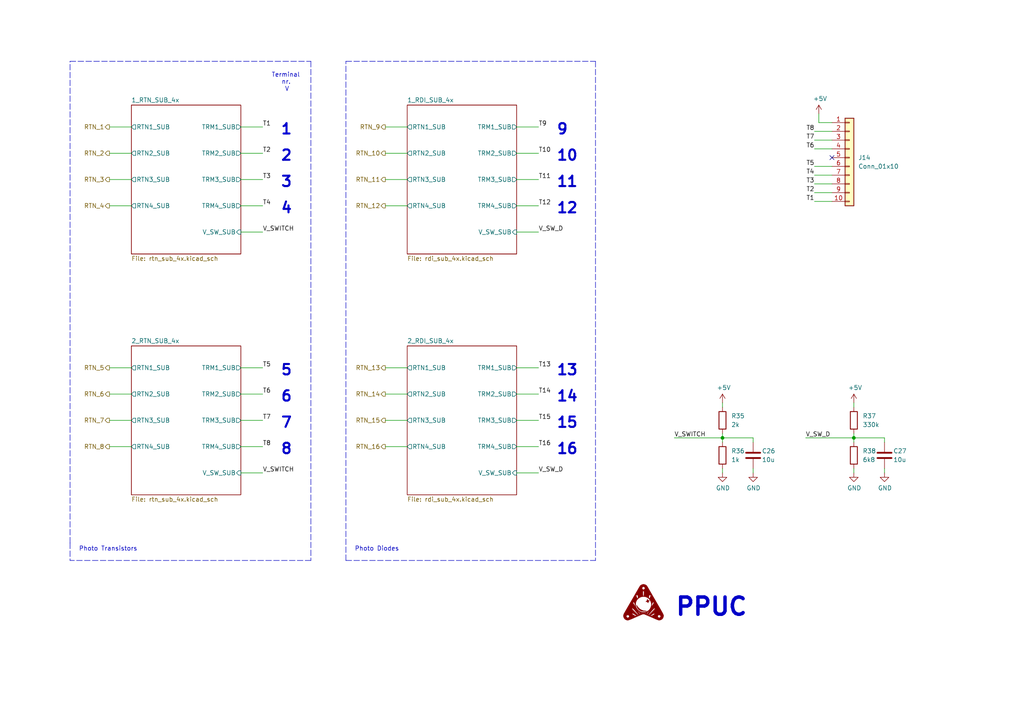
<source format=kicad_sch>
(kicad_sch (version 20211123) (generator eeschema)
  (paper "A4")
  (title_block (title "Opto_8") (date "2025-03-26") (rev "0.1.0"))
  (lib_symbols
    (symbol "Connector_Generic:Conn_01x10" (pin_names (offset 1.016) hide)
      (property "Reference" "J" (at 0 12.7 0))
      (property "Value" "Conn_01x10" (at 0 -15.24 0))
      (symbol "Conn_01x10_1_1"
        (rectangle (start -1.27 -12.573) (end 0 -12.827) (stroke (width 0.1524)))
        (rectangle (start -1.27 -10.033) (end 0 -10.287) (stroke (width 0.1524)))
        (rectangle (start -1.27 -7.493) (end 0 -7.747) (stroke (width 0.1524)))
        (rectangle (start -1.27 -4.953) (end 0 -5.207) (stroke (width 0.1524)))
        (rectangle (start -1.27 -2.413) (end 0 -2.667) (stroke (width 0.1524)))
        (rectangle (start -1.27 0.127) (end 0 -0.127) (stroke (width 0.1524)))
        (rectangle (start -1.27 2.667) (end 0 2.413) (stroke (width 0.1524)))
        (rectangle (start -1.27 5.207) (end 0 4.953) (stroke (width 0.1524)))
        (rectangle (start -1.27 7.747) (end 0 7.493) (stroke (width 0.1524)))
        (rectangle (start -1.27 10.287) (end 0 10.033) (stroke (width 0.1524)))
        (rectangle (start -1.27 11.43) (end 1.27 -13.97) (stroke (width 0.254)) (fill (type background)))
        (pin passive line (at -5.08 10.16 0) (length 3.81) (name "Pin_1") (number "1"))
        (pin passive line (at -5.08 -12.7 0) (length 3.81) (name "Pin_10") (number "10"))
        (pin passive line (at -5.08 7.62 0) (length 3.81) (name "Pin_2") (number "2"))
        (pin passive line (at -5.08 5.08 0) (length 3.81) (name "Pin_3") (number "3"))
        (pin passive line (at -5.08 2.54 0) (length 3.81) (name "Pin_4") (number "4"))
        (pin passive line (at -5.08 0 0) (length 3.81) (name "Pin_5") (number "5"))
        (pin passive line (at -5.08 -2.54 0) (length 3.81) (name "Pin_6") (number "6"))
        (pin passive line (at -5.08 -5.08 0) (length 3.81) (name "Pin_7") (number "7"))
        (pin passive line (at -5.08 -7.62 0) (length 3.81) (name "Pin_8") (number "8"))
        (pin passive line (at -5.08 -10.16 0) (length 3.81) (name "Pin_9") (number "9"))
      )
    )
    (symbol "Device:C" (pin_numbers hide) (pin_names (offset 0.254))
      (property "Reference" "C" (at 0.635 2.54 0))
      (property "Value" "C" (at 0.635 -2.54 0))
      (symbol "C_0_1"
        (polyline (pts (xy -2.032 -0.762) (xy 2.032 -0.762)) (stroke (width 0.508)))
        (polyline (pts (xy -2.032 0.762) (xy 2.032 0.762)) (stroke (width 0.508)))
      )
      (symbol "C_1_1"
        (pin passive line (at 0 3.81 270) (length 2.794) (name "~") (number "1"))
        (pin passive line (at 0 -3.81 90) (length 2.794) (name "~") (number "2"))
      )
    )
    (symbol "Device:R" (pin_numbers hide) (pin_names (offset 0))
      (property "Reference" "R" (at 2.032 0 90))
      (property "Value" "R" (at 0 0 90))
      (symbol "R_0_1"
        (rectangle (start -1.016 -2.54) (end 1.016 2.54) (stroke (width 0.254)))
      )
      (symbol "R_1_1"
        (pin passive line (at 0 3.81 270) (length 1.27) (name "~") (number "1"))
        (pin passive line (at 0 -3.81 90) (length 1.27) (name "~") (number "2"))
      )
    )
    (symbol "PPUC_LOGO_LIB:LOGO" (pin_names (offset 1.016))
      (symbol "LOGO_0_0"
        (polyline (pts (xy 1.3461 0.5723) (xy 1.401 0.7319) (xy 1.5604 0.9187) (xy 1.7415 1.0689) (xy 1.5906 1.0703) (xy 1.4626 1.0839) (xy 1.2757 1.1732) (xy 1.1226 1.3565) (xy 1.0185 1.5273) (xy 1.0183 1.3201) (xy 1.0052 1.1853) (xy 0.9467 1.0647) (xy 0.8201 0.9316) (xy 0.6221 0.7503) (xy 0.8008 0.7503) (xy 0.8737 0.7451) (xy 1.0075 0.6918) (xy 1.1462 0.5632) (xy 1.3128 0.3761) (xy 1.3461 0.5723)) (stroke (width 0.01)) (fill (type outline)))
        (polyline (pts (xy 0.1988 -2.0744) (xy 0.5626 -2.0132) (xy 0.8306 -1.9387) (xy 0.5626 -1.9329) (xy 0.4034 -1.9255) (xy -0.1437 -1.8346) (xy -0.6511 -1.6461) (xy -1.1124 -1.3635) (xy -1.5212 -0.9906) (xy -1.8709 -0.5311) (xy -1.984 -0.3573) (xy -2.0545 -0.2659) (xy -2.0804 -0.2689) (xy -2.0663 -0.3675) (xy -2.0172 -0.5626) (xy -1.9531 -0.7694) (xy -1.7523 -1.1905) (xy -1.478 -1.5343) (xy -1.1315 -1.7993) (xy -0.7139 -1.9844) (xy -0.5869 -2.0195) (xy -0.2016 -2.0761) (xy 0.1988 -2.0744)) (stroke (width 0.01)) (fill (type outline)))
        (polyline (pts (xy -4.5517 -4.6263) (xy -4.4448 -4.6087) (xy -4.3144 -4.5748) (xy -4.1524 -4.5216) (xy -3.9504 -4.4461) (xy -3.7002 -4.3452) (xy -3.3934 -4.216) (xy -3.0218 -4.0554) (xy -2.5771 -3.8605) (xy -2.0509 -3.6282) (xy -1.435 -3.3556) (xy -1.2826 -3.2884) (xy -0.8872 -3.1181) (xy -0.5757 -2.9915) (xy -0.3394 -2.9052) (xy -0.1694 -2.8558) (xy -0.0568 -2.84) (xy -0.0245 -2.8416) (xy 0.131 -2.8733) (xy 0.3579 -2.9476) (xy 0.3988 -2.9636) (xy 0.839 -2.9636) (xy 0.8472 -2.8886) (xy 0.9027 -2.7535) (xy 0.9916 -2.5822) (xy 1.0998 -2.3987) (xy 1.2134 -2.2268) (xy 1.3183 -2.0905) (xy 1.4005 -2.0137) (xy 1.4168 -2.0042) (xy 1.5142 -1.9565) (xy 1.554 -1.9532) (xy 1.5352 -1.9949) (xy 1.471 -2.1124) (xy 1.372 -2.2847) (xy 1.2494 -2.4921) (xy 1.1911 -2.5891) (xy 1.067 -2.7902) (xy 0.9809 -2.9159) (xy 0.922 -2.9787) (xy 0.8793 -2.9916) (xy 0.8417 -2.9673) (xy 0.839 -2.9636) (xy 0.3988 -2.9636) (xy 0.6639 -3.0673) (xy 0.7882 -3.1204) (xy 1.3552 -3.1204) (xy 1.3684 -3.0819) (xy 1.4092 -3.0182) (xy 1.4848 -2.9199) (xy 1.6022 -2.7776) (xy 1.7681 -2.5821) (xy 1.9898 -2.3238) (xy 2.2741 -1.9934) (xy 2.3543 -1.9006) (xy 2.5716 -1.6532) (xy 2.7639 -1.4401) (xy 2.9202 -1.2731) (xy 3.0295 -1.1642) (xy 3.0806 -1.1253) (xy 3.1358 -1.1406) (xy 3.2268 -1.2163) (xy 3.2683 -1.3101) (xy 3.2514 -1.3383) (xy 3.1703 -1.4365) (xy 3.0314 -1.5923) (xy 2.845 -1.7944) (xy 2.6213 -2.0315) (xy 2.3707 -2.2924) (xy 2.351 -2.3128) (xy 2.0542 -2.6162) (xy 1.8219 -2.8468) (xy 1.6473 -3.011) (xy 1.5231 -3.1152) (xy 1.4426 -3.1656) (xy 1.3986 -3.1685) (xy 1.3841 -3.1593) (xy 1.3628 -3.1431) (xy 1.3552 -3.1204) (xy 0.7882 -3.1204) (xy 1.0567 -3.2351) (xy 1.0705 -3.2411) (xy 1.3795 -3.3769) (xy 1.9566 -3.3769) (xy 1.9884 -3.3276) (xy 2.094 -3.2343) (xy 2.2572 -3.1101) (xy 2.4618 -2.9683) (xy 2.6777 -2.8269) (xy 2.8466 -2.7247) (xy 2.9592 -2.6709) (xy 3.0317 -2.658) (xy 3.0801 -2.6784) (xy 3.1461 -2.75) (xy 3.1608 -2.8368) (xy 3.096 -2.9317) (xy 2.9448 -3.0443) (xy 2.7 -3.184) (xy 2.4032 -3.33) (xy 2.1841 -3.41) (xy 2.1049 -3.4183) (xy 4.0884 -3.4183) (xy 4.1623 -3.2625) (xy 4.3036 -3.1508) (xy 4.5012 -3.108) (xy 4.5793 -3.1144) (xy 4.7536 -3.1871) (xy 4.8688 -3.3198) (xy 4.9151 -3.4866) (xy 4.8831 -3.6614) (xy 4.7631 -3.818) (xy 4.7494 -3.8288) (xy 4.5699 -3.9046) (xy 4.377 -3.8877) (xy 4.2041 -3.7802) (xy 4.187 -3.7622) (xy 4.093 -3.5932) (xy 4.0884 -3.4183) (xy 2.1049 -3.4183) (xy 2.0372 -3.4254) (xy 1.9569 -3.3776) (xy 1.9566 -3.3769) (xy 1.3795 -3.3769) (xy 1.4118 -3.3911) (xy 1.8166 -3.5689) (xy 2.2518 -3.7602) (xy 2.6843 -3.9502) (xy 3.0812 -4.1246) (xy 3.4438 -4.2828) (xy 3.7384 -4.4075) (xy 3.9656 -4.4978) (xy 4.1405 -4.5588) (xy 4.2783 -4.5958) (xy 4.3943 -4.6142) (xy 4.5035 -4.6191) (xy 4.5541 -4.6183) (xy 4.9176 -4.5572) (xy 5.2324 -4.407) (xy 5.4866 -4.1778) (xy 5.6688 -3.8797) (xy 5.767 -3.5229) (xy 5.7717 -3.4883) (xy 5.7812 -3.4013) (xy 5.7831 -3.317) (xy 5.7737 -3.2275) (xy 5.7489 -3.1248) (xy 5.7051 -3.001) (xy 5.6384 -2.848) (xy 5.5448 -2.658) (xy 5.4206 -2.4231) (xy 5.2619 -2.1351) (xy 5.0648 -1.7863) (xy 4.8256 -1.3685) (xy 4.5403 -0.874) (xy 4.2052 -0.2947) (xy 3.8596 0.3026) (xy 3.2999 1.2707) (xy 2.6957 2.3167) (xy 2.0442 3.4454) (xy 1.3424 4.6621) (xy 1.3358 4.6735) (xy 1.1639 4.9694) (xy 1.0314 5.1879) (xy 0.9254 5.3445) (xy 0.8331 5.4546) (xy 0.7415 5.5337) (xy 0.6378 5.5972) (xy 0.509 5.6605) (xy 0.4416 5.69) (xy 0.084 5.7811) (xy -0.2769 5.7684) (xy -0.6253 5.6522) (xy -0.7345 5.5939) (xy -0.885 5.5) (xy -0.9779 5.4245) (xy -0.9942 5.4027) (xy -1.0647 5.2936) (xy -1.1755 5.1127) (xy -1.3175 4.8747) (xy -1.4638 4.6255) (xy -0.4632 4.6255) (xy -0.4306 4.8182) (xy -0.3984 4.8816) (xy -0.2632 5.0164) (xy -0.0889 5.0695) (xy 0.0977 5.0371) (xy 0.2697 4.9157) (xy 0.3554 4.7754) (xy 0.3676 4.5978) (xy 0.2886 4.4299) (xy 0.1241 4.2957) (xy 0.0455 4.2633) (xy -0.1365 4.2539) (xy -0.2956 4.324) (xy -0.4114 4.4543) (xy -0.4632 4.6255) (xy -1.4638 4.6255) (xy -1.4819 4.5946) (xy -1.66 4.287) (xy -1.7166 4.1885) (xy -1.9049 3.8615) (xy -2.0851 3.5488) (xy -2.1688 3.404) (xy -0.2283 3.404) (xy -0.2262 3.5927) (xy -0.2144 3.7126) (xy -0.1911 3.7823) (xy -0.1547 3.82) (xy -0.0974 3.8437) (xy 0.0195 3.8417) (xy 0.061 3.8097) (xy 0.0892 3.7328) (xy 0.1031 3.5914) (xy 0.1067 3.3643) (xy 0.1066 3.3405) (xy 0.1012 3.0848) (xy 0.089 2.834) (xy 0.0724 2.6392) (xy 0.0716 2.6321) (xy 0.043 2.4646) (xy 0.0034 2.3807) (xy -0.0579 2.3578) (xy -0.1111 2.3636) (xy -0.1783 2.398) (xy -0.1789 2.3992) (xy -0.1896 2.4712) (xy -0.2012 2.627) (xy -0.2123 2.8444) (xy -0.2216 3.1014) (xy -0.2224 3.1282) (xy -0.2283 3.404) (xy -2.1688 3.404) (xy -2.2461 3.2702) (xy -2.3763 3.0453) (xy -2.4646 2.8937) (xy -2.5328 2.7766) (xy -2.6595 2.5584) (xy -2.6793 2.5242) (xy -2.1341 2.5242) (xy -2.1155 2.5845) (xy -2.0247 2.675) (xy -1.8982 2.6952) (xy -1.7757 2.633) (xy -1.7537 2.6068) (xy -1.6879 2.4618) (xy -1.6458 2.267) (xy -1.6309 2.0599) (xy -1.6466 1.8782) (xy -1.6962 1.7594) (xy -1.7615 1.6966) (xy -1.8218 1.6612) (xy -1.8419 1.6763) (xy -1.8946 1.7681) (xy -1.9597 1.9182) (xy -2.0266 2.0977) (xy -2.0849 2.2778) (xy -2.1243 2.4296) (xy -2.1341 2.5242) (xy -2.6793 2.5242) (xy -2.8158 2.2886) (xy -2.9879 1.9906) (xy -3.1625 1.688) (xy -3.2951 1.458) (xy -3.469 1.1568) (xy -3.63 0.8782) (xy -3.7647 0.6455) (xy -3.8595 0.4823) (xy -3.8914 0.4274) (xy -3.0678 0.4274) (xy -3.0484 0.5433) (xy -2.9776 0.6215) (xy -2.8768 0.6275) (xy -2.7998 0.5648) (xy -2.7033 0.4155) (xy -2.6127 0.2108) (xy -2.5894 0.1365) (xy -2.3239 0.1365) (xy -2.2472 0.5701) (xy -2.0885 0.9814) (xy -1.8498 1.3566) (xy -1.5332 1.6819) (xy -1.1407 1.9435) (xy -0.9119 2.0507) (xy -0.4377 2.1933) (xy 0.0354 2.2296) (xy 0.504 2.1594) (xy 0.8654 2.0208) (xy 1.5087 2.0208) (xy 1.525 2.2218) (xy 1.567 2.4548) (xy 1.6445 2.6272) (xy 1.7518 2.7009) (xy 1.8868 2.6733) (xy 1.9403 2.6399) (xy 1.9991 2.568) (xy 2.0109 2.4625) (xy 1.976 2.3022) (xy 1.8947 2.0662) (xy 1.8728 2.0084) (xy 1.8012 1.8315) (xy 1.7436 1.7078) (xy 1.7109 1.6612) (xy 1.6648 1.6879) (xy 1.5826 1.7664) (xy 1.55 1.8078) (xy 1.5157 1.8934) (xy 1.5087 2.0208) (xy 0.8654 2.0208) (xy 0.9647 1.9827) (xy 1.1079 1.903) (xy 1.4698 1.6273) (xy 1.772 1.2848) (xy 2.0056 0.8931) (xy 2.1613 0.4697) (xy 2.2302 0.0322) (xy 2.203 -0.4019) (xy 2.1714 -0.5408) (xy 2.1461 -0.6155) (xy 2.3578 -0.6155) (xy 2.3583 -0.2943) (xy 2.3682 -0.0984) (xy 2.4156 0.0962) (xy 2.5179 0.3043) (xy 2.5922 0.4276) (xy 2.6782 0.5541) (xy 2.7341 0.617) (xy 2.7414 0.6209) (xy 2.8273 0.6122) (xy 2.9101 0.5431) (xy 2.9472 0.4477) (xy 2.9318 0.398) (xy 2.8706 0.2689) (xy 2.7736 0.0883) (xy 2.6525 -0.1215) (xy 2.3578 -0.6155) (xy 2.1461 -0.6155) (xy 2.064 -0.8575) (xy 1.9161 -1.1751) (xy 1.7457 -1.4578) (xy 1.5706 -1.6698) (xy 1.3652 -1.8396) (xy 1.0298 -2.0466) (xy 0.6676 -2.2076) (xy 0.3215 -2.3008) (xy 0.1712 -2.3246) (xy 0.0123 -2.3442) (xy -0.1182 -2.3464) (xy -0.2648 -2.331) (xy -0.4724 -2.2979) (xy -0.4834 -2.296) (xy -0.9009 -2.1729) (xy -1.3021 -1.9569) (xy -1.6617 -1.6616) (xy -1.7713 -1.5443) (xy -2.0424 -1.1598) (xy -2.2235 -0.7423) (xy -2.3167 -0.3056) (xy -2.3239 0.1365) (xy -2.5894 0.1365) (xy -2.5398 -0.0217) (xy -2.4965 -0.2545) (xy -2.4816 -0.4145) (xy -2.4756 -0.541) (xy -2.4815 -0.5894) (xy -2.5017 -0.5657) (xy -2.5654 -0.4691) (xy -2.6582 -0.3191) (xy -2.7664 -0.1389) (xy -2.8762 0.0488) (xy -2.974 0.2208) (xy -3.046 0.3543) (xy -3.0678 0.4274) (xy -3.8914 0.4274) (xy -4.074 0.1136) (xy -4.3251 -0.3193) (xy -4.5746 -0.7508) (xy -4.8159 -1.1694) (xy -4.8786 -1.2784) (xy -3.3671 -1.2784) (xy -3.3327 -1.1892) (xy -3.2323 -1.1521) (xy -3.1966 -1.1624) (xy -3.1101 -1.2232) (xy -2.9813 -1.3438) (xy -2.8042 -1.5303) (xy -2.5728 -1.7888) (xy -2.4208 -1.9643) (xy -1.6612 -1.9643) (xy -1.6594 -1.9591) (xy -1.608 -1.97) (xy -1.508 -2.0309) (xy -1.4986 -2.0381) (xy -1.4073 -2.1382) (xy -1.294 -2.297) (xy -1.1757 -2.4857) (xy -1.1695 -2.4968) (xy -0.7356 -2.4968) (xy -0.7314 -2.4282) (xy -0.7254 -2.4236) (xy -0.6547 -2.4286) (xy -0.5743 -2.4801) (xy -0.5359 -2.5467) (xy -0.5327 -2.5851) (xy -0.5292 -2.5989) (xy -0.1072 -2.5989) (xy -0.1012 -2.5619) (xy -0.0536 -2.5185) (xy -0.029 -2.5276) (xy 0 -2.5989) (xy -0.0061 -2.6359) (xy -0.0536 -2.6793) (xy -0.0783 -2.6702) (xy -0.1072 -2.5989) (xy -0.5292 -2.5989) (xy -0.5081 -2.6831) (xy 0.3751 -2.6831) (xy 0.3938 -2.606) (xy 0.4512 -2.5082) (xy 0.5205 -2.4385) (xy 0.5741 -2.4318) (xy 0.5748 -2.4325) (xy 0.5814 -2.4999) (xy 0.5635 -2.6219) (xy 0.5251 -2.7192) (xy 0.4602 -2.7803) (xy 0.4009 -2.7713) (xy 0.3751 -2.6831) (xy -0.5081 -2.6831) (xy -0.5034 -2.7017) (xy -0.4959 -2.7525) (xy -0.5517 -2.7865) (xy -0.5685 -2.7818) (xy -0.6326 -2.7165) (xy -0.6955 -2.6073) (xy -0.7356 -2.4968) (xy -1.1695 -2.4968) (xy -1.0699 -2.6753) (xy -0.9938 -2.8369) (xy -0.9646 -2.9417) (xy -0.969 -2.9815) (xy -1.0057 -2.9971) (xy -1.0815 -2.9245) (xy -1.199 -2.761) (xy -1.3606 -2.5038) (xy -1.4599 -2.3373) (xy -1.5641 -2.1562) (xy -1.635 -2.025) (xy -1.6612 -1.9643) (xy -2.4208 -1.9643) (xy -2.2811 -2.1255) (xy -2.1217 -2.3119) (xy -1.9044 -2.5679) (xy -1.7186 -2.7886) (xy -1.574 -2.9626) (xy -1.4803 -3.0784) (xy -1.4469 -3.1245) (xy -1.454 -3.1382) (xy -1.52 -3.1781) (xy -1.5278 -3.1783) (xy -1.6047 -3.1327) (xy -1.7462 -3.0164) (xy -1.9453 -2.8356) (xy -2.1952 -2.5966) (xy -2.489 -2.3054) (xy -2.6581 -2.1348) (xy -2.9131 -1.8736) (xy -3.1029 -1.672) (xy -3.2353 -1.521) (xy -3.3182 -1.4112) (xy -3.3595 -1.3334) (xy -3.3671 -1.2784) (xy -4.8786 -1.2784) (xy -5.0426 -1.5637) (xy -5.2481 -1.9224) (xy -5.4258 -2.2341) (xy -5.5692 -2.4873) (xy -5.6719 -2.6707) (xy -5.7271 -2.7729) (xy -5.7627 -2.8709) (xy -3.2801 -2.8709) (xy -3.2782 -2.7698) (xy -3.2311 -2.6705) (xy -3.1611 -2.6257) (xy -3.1607 -2.6257) (xy -3.0971 -2.6543) (xy -2.9637 -2.7303) (xy -2.7798 -2.8423) (xy -2.5647 -2.9788) (xy -2.4856 -3.0303) (xy -2.2723 -3.1753) (xy -2.1417 -3.2771) (xy -2.0852 -3.3429) (xy -2.0946 -3.3799) (xy -2.1486 -3.4044) (xy -2.2775 -3.4271) (xy -2.3431 -3.4116) (xy -2.4883 -3.3518) (xy -2.6743 -3.2611) (xy -2.8733 -3.1545) (xy -3.0577 -3.0469) (xy -3.1998 -2.9533) (xy -3.2718 -2.8888) (xy -3.2801 -2.8709) (xy -5.7627 -2.8709) (xy -5.8531 -3.1193) (xy -5.8778 -3.4709) (xy -5.8635 -3.5309) (xy -5.022 -3.5309) (xy -5.0037 -3.3668) (xy -4.9098 -3.2345) (xy -4.7661 -3.1451) (xy -4.5983 -3.1099) (xy -4.432 -3.1399) (xy -4.293 -3.2464) (xy -4.1967 -3.4285) (xy -4.2009 -3.61) (xy -4.3113 -3.7802) (xy -4.4173 -3.8602) (xy -4.5991 -3.9092) (xy -4.7763 -3.8703) (xy -4.9237 -3.7513) (xy -5.016 -3.5602) (xy -5.022 -3.5309) (xy -5.8635 -3.5309) (xy -5.7969 -3.8115) (xy -5.611 -4.1347) (xy -5.4411 -4.3242) (xy -5.1815 -4.5027) (xy -4.8682 -4.6016) (xy -4.8152 -4.6112) (xy -4.7286 -4.6245) (xy -4.6436 -4.6306) (xy -4.5517 -4.6263)) (stroke (width 0.01)) (fill (type outline)))
      )
    )
    (symbol "power:+5V" (power) (pin_names (offset 0))
      (property "Value" "+5V" (at 0 3.556 0))
      (symbol "+5V_0_1"
        (polyline (pts (xy -0.762 1.27) (xy 0 2.54)))
        (polyline (pts (xy 0 0) (xy 0 2.54)))
        (polyline (pts (xy 0 2.54) (xy 0.762 1.27)))
      )
      (symbol "+5V_1_1"
        (pin power_in line (at 0 0 90) (length 0) hide (name "+5V") (number "1"))
      )
    )
    (symbol "power:GND" (power) (pin_names (offset 0))
      (property "Value" "GND" (at 0 -3.81 0))
      (symbol "GND_0_1"
        (polyline (pts (xy 0 0) (xy 0 -1.27) (xy 1.27 -1.27) (xy 0 -2.54) (xy -1.27 -1.27) (xy 0 -1.27)))
      )
      (symbol "GND_1_1"
        (pin power_in line (at 0 0 270) (length 0) hide (name "GND") (number "1"))
      )
    )
  )
  (junction (at 209.55 127))
  (junction (at 247.65 127))
  (no_connect (at 241.3 45.72))
  (wire (pts (xy 111.76 106.68) (xy 118.11 106.68)))
  (wire (pts (xy 247.65 127) (xy 256.54 127)))
  (wire (pts (xy 209.55 127) (xy 218.44 127)))
  (wire (pts (xy 69.85 67.31) (xy 76.2 67.31)))
  (wire (pts (xy 149.86 106.68) (xy 156.21 106.68)))
  (wire (pts (xy 31.75 121.92) (xy 38.1 121.92)))
  (wire (pts (xy 149.86 52.07) (xy 156.21 52.07)))
  (wire (pts (xy 237.49 35.56) (xy 241.3 35.56)))
  (wire (pts (xy 236.22 55.88) (xy 241.3 55.88)))
  (wire (pts (xy 256.54 127) (xy 256.54 128.27)))
  (wire (pts (xy 209.55 127) (xy 209.55 128.27)))
  (wire (pts (xy 31.75 106.68) (xy 38.1 106.68)))
  (polyline (pts (xy 90.17 17.78) (xy 90.17 162.56)))
  (wire (pts (xy 209.55 125.73) (xy 209.55 127)))
  (wire (pts (xy 69.85 36.83) (xy 76.2 36.83)))
  (polyline (pts (xy 100.33 162.56) (xy 100.33 17.78)))
  (wire (pts (xy 256.54 135.89) (xy 256.54 137.16)))
  (wire (pts (xy 31.75 114.3) (xy 38.1 114.3)))
  (wire (pts (xy 111.76 129.54) (xy 118.11 129.54)))
  (wire (pts (xy 111.76 59.69) (xy 118.11 59.69)))
  (wire (pts (xy 111.76 36.83) (xy 118.11 36.83)))
  (wire (pts (xy 195.58 127) (xy 209.55 127)))
  (wire (pts (xy 69.85 129.54) (xy 76.2 129.54)))
  (wire (pts (xy 233.68 127) (xy 247.65 127)))
  (wire (pts (xy 149.86 129.54) (xy 156.21 129.54)))
  (polyline (pts (xy 20.32 157.48) (xy 20.32 162.56)))
  (wire (pts (xy 247.65 116.84) (xy 247.65 118.11)))
  (wire (pts (xy 236.22 38.1) (xy 241.3 38.1)))
  (wire (pts (xy 236.22 58.42) (xy 241.3 58.42)))
  (wire (pts (xy 247.65 127) (xy 247.65 128.27)))
  (wire (pts (xy 31.75 44.45) (xy 38.1 44.45)))
  (wire (pts (xy 236.22 48.26) (xy 241.3 48.26)))
  (polyline (pts (xy 20.32 157.48) (xy 20.32 17.78)))
  (polyline (pts (xy 20.32 17.78) (xy 90.17 17.78)))
  (wire (pts (xy 237.49 33.02) (xy 237.49 35.56)))
  (wire (pts (xy 69.85 121.92) (xy 76.2 121.92)))
  (wire (pts (xy 236.22 53.34) (xy 241.3 53.34)))
  (wire (pts (xy 247.65 135.89) (xy 247.65 137.16)))
  (wire (pts (xy 31.75 129.54) (xy 38.1 129.54)))
  (wire (pts (xy 69.85 52.07) (xy 76.2 52.07)))
  (polyline (pts (xy 100.33 17.78) (xy 172.72 17.78)))
  (polyline (pts (xy 172.72 17.78) (xy 172.72 162.56)))
  (wire (pts (xy 31.75 36.83) (xy 38.1 36.83)))
  (wire (pts (xy 31.75 59.69) (xy 38.1 59.69)))
  (wire (pts (xy 149.86 67.31) (xy 156.21 67.31)))
  (wire (pts (xy 31.75 52.07) (xy 38.1 52.07)))
  (wire (pts (xy 218.44 135.89) (xy 218.44 137.16)))
  (wire (pts (xy 69.85 106.68) (xy 76.2 106.68)))
  (wire (pts (xy 149.86 137.16) (xy 156.21 137.16)))
  (wire (pts (xy 247.65 125.73) (xy 247.65 127)))
  (polyline (pts (xy 90.17 162.56) (xy 20.32 162.56)))
  (wire (pts (xy 111.76 121.92) (xy 118.11 121.92)))
  (wire (pts (xy 236.22 43.18) (xy 241.3 43.18)))
  (wire (pts (xy 69.85 59.69) (xy 76.2 59.69)))
  (wire (pts (xy 149.86 44.45) (xy 156.21 44.45)))
  (wire (pts (xy 236.22 50.8) (xy 241.3 50.8)))
  (polyline (pts (xy 100.33 162.56) (xy 172.72 162.56)))
  (wire (pts (xy 149.86 114.3) (xy 156.21 114.3)))
  (wire (pts (xy 111.76 44.45) (xy 118.11 44.45)))
  (wire (pts (xy 149.86 59.69) (xy 156.21 59.69)))
  (wire (pts (xy 111.76 52.07) (xy 118.11 52.07)))
  (wire (pts (xy 69.85 44.45) (xy 76.2 44.45)))
  (wire (pts (xy 209.55 116.84) (xy 209.55 118.11)))
  (wire (pts (xy 149.86 36.83) (xy 156.21 36.83)))
  (wire (pts (xy 69.85 137.16) (xy 76.2 137.16)))
  (wire (pts (xy 209.55 135.89) (xy 209.55 137.16)))
  (wire (pts (xy 149.86 121.92) (xy 156.21 121.92)))
  (wire (pts (xy 111.76 114.3) (xy 118.11 114.3)))
  (wire (pts (xy 69.85 114.3) (xy 76.2 114.3)))
  (wire (pts (xy 218.44 127) (xy 218.44 128.27)))
  (wire (pts (xy 236.22 40.64) (xy 241.3 40.64)))
  (text "10" (at 161.29 46.99 0) (effects (font (size 3 3) (thickness 0.6) bold) (justify left bottom)))
  (text "16" (at 161.29 132.08 0) (effects (font (size 3 3) (thickness 0.6) bold) (justify left bottom)))
  (text "7" (at 81.28 124.46 0) (effects (font (size 3 3) (thickness 0.6) bold) (justify left bottom)))
  (text "14" (at 161.29 116.84 0) (effects (font (size 3 3) (thickness 0.6) bold) (justify left bottom)))
  (text "8" (at 81.28 132.08 0) (effects (font (size 3 3) (thickness 0.6) bold) (justify left bottom)))
  (text "15" (at 161.29 124.46 0) (effects (font (size 3 3) (thickness 0.6) bold) (justify left bottom)))
  (text "1" (at 81.28 39.37 0) (effects (font (size 3 3) (thickness 0.6) bold) (justify left bottom)))
  (text "Photo Diodes" (at 102.87 160.02 0) (effects (font (size 1.27 1.27)) (justify left bottom)))
  (text "11" (at 161.29 54.61 0) (effects (font (size 3 3) (thickness 0.6) bold) (justify left bottom)))
  (text "13" (at 161.29 109.22 0) (effects (font (size 3 3) (thickness 0.6) bold) (justify left bottom)))
  (text "4" (at 81.28 62.23 0) (effects (font (size 3 3) (thickness 0.6) bold) (justify left bottom)))
  (text "PPUC" (at 195.58 179.07 0) (effects (font (size 5 5) bold) (justify left bottom)))
  (text "12" (at 161.29 62.23 0) (effects (font (size 3 3) (thickness 0.6) bold) (justify left bottom)))
  (text "Photo Transistors" (at 22.86 160.02 0) (effects (font (size 1.27 1.27)) (justify left bottom)))
  (text "3" (at 81.28 54.61 0) (effects (font (size 3 3) (thickness 0.6) bold) (justify left bottom)))
  (text "6" (at 81.28 116.84 0) (effects (font (size 3 3) (thickness 0.6) bold) (justify left bottom)))
  (text "Terminal\n   nr.\n    V" (at 78.74 26.67 0) (effects (font (size 1.27 1.27)) (justify left bottom)))
  (text "2" (at 81.28 46.99 0) (effects (font (size 3 3) (thickness 0.6) bold) (justify left bottom)))
  (text "9" (at 161.29 39.37 0) (effects (font (size 3 3) (thickness 0.6) bold) (justify left bottom)))
  (text "5" (at 81.28 109.22 0) (effects (font (size 3 3) (thickness 0.6) bold) (justify left bottom)))
  (label "T13" (at 156.21 106.68 0))
  (label "T6" (at 236.22 43.18 180))
  (label "T1" (at 236.22 58.42 180))
  (label "T5" (at 236.22 48.26 180))
  (label "V_SWITCH" (at 76.2 137.16 0))
  (label "T5" (at 76.2 106.68 0))
  (label "T8" (at 76.2 129.54 0))
  (label "T6" (at 76.2 114.3 0))
  (label "T1" (at 76.2 36.83 0))
  (label "V_SW_D" (at 156.21 137.16 0))
  (label "T11" (at 156.21 52.07 0))
  (label "V_SWITCH" (at 76.2 67.31 0))
  (label "T3" (at 236.22 53.34 180))
  (label "T4" (at 236.22 50.8 180))
  (label "T12" (at 156.21 59.69 0))
  (label "T15" (at 156.21 121.92 0))
  (label "V_SW_D" (at 233.68 127 0))
  (label "T7" (at 236.22 40.64 180))
  (label "V_SWITCH" (at 195.58 127 0))
  (label "T10" (at 156.21 44.45 0))
  (label "T3" (at 76.2 52.07 0))
  (label "T2" (at 76.2 44.45 0))
  (label "T14" (at 156.21 114.3 0))
  (label "T8" (at 236.22 38.1 180))
  (label "T4" (at 76.2 59.69 0))
  (label "T16" (at 156.21 129.54 0))
  (label "T2" (at 236.22 55.88 180))
  (label "V_SW_D" (at 156.21 67.31 0))
  (label "T9" (at 156.21 36.83 0))
  (label "T7" (at 76.2 121.92 0))
  (hierarchical_label "RTN_14" (shape output) (at 111.76 114.3 180))
  (hierarchical_label "RTN_10" (shape output) (at 111.76 44.45 180))
  (hierarchical_label "RTN_1" (shape output) (at 31.75 36.83 180))
  (hierarchical_label "RTN_11" (shape output) (at 111.76 52.07 180))
  (hierarchical_label "RTN_2" (shape output) (at 31.75 44.45 180))
  (hierarchical_label "RTN_8" (shape output) (at 31.75 129.54 180))
  (hierarchical_label "RTN_9" (shape output) (at 111.76 36.83 180))
  (hierarchical_label "RTN_7" (shape output) (at 31.75 121.92 180))
  (hierarchical_label "RTN_6" (shape output) (at 31.75 114.3 180))
  (hierarchical_label "RTN_5" (shape output) (at 31.75 106.68 180))
  (hierarchical_label "RTN_16" (shape output) (at 111.76 129.54 180))
  (hierarchical_label "RTN_3" (shape output) (at 31.75 52.07 180))
  (hierarchical_label "RTN_15" (shape output) (at 111.76 121.92 180))
  (hierarchical_label "RTN_12" (shape output) (at 111.76 59.69 180))
  (hierarchical_label "RTN_4" (shape output) (at 31.75 59.69 180))
  (hierarchical_label "RTN_13" (shape output) (at 111.76 106.68 180))
  (symbol (lib_id "Device:R") (at 209.55 132.08 0) (unit 1)
    (property "Reference" "R36" (at 212.09 130.8099 0) (effects (justify left)))
    (property "Value" "1k" (at 212.09 133.3499 0) (effects (justify left)))
    (property "Footprint" "Resistor_SMD:R_0603_1608Metric" (effects hide))
  )
  (symbol (lib_id "power:GND") (at 209.55 137.16 0) (unit 1)
    (property "Reference" "#PWR064" (effects hide))
    (property "Value" "GND" (at 209.677 141.5542 0))
  )
  (symbol (lib_id "power:+5V") (at 237.49 33.02 0) (unit 1)
    (property "Reference" "#PWR066" (effects hide))
    (property "Value" "+5V" (at 237.871 28.6258 0))
  )
  (symbol (lib_id "Device:R") (at 247.65 121.92 0) (unit 1)
    (property "Reference" "R37" (at 250.19 120.6499 0) (effects (justify left)))
    (property "Value" "330k" (at 250.19 123.1899 0) (effects (justify left)))
    (property "Footprint" "Resistor_SMD:R_0603_1608Metric" (effects hide))
  )
  (symbol (lib_id "Device:C") (at 256.54 132.08 0) (unit 1)
    (property "Reference" "C27" (at 259.08 130.81 0) (effects (justify left)))
    (property "Value" "10u" (at 259.08 133.35 0) (effects (justify left)))
    (property "Footprint" "Capacitor_SMD:C_0603_1608Metric" (effects hide))
    (property "Note" "close to pin 44" (effects hide))
  )
  (symbol (lib_id "Device:C") (at 218.44 132.08 0) (unit 1)
    (property "Reference" "C26" (at 220.98 130.81 0) (effects (justify left)))
    (property "Value" "10u" (at 220.98 133.35 0) (effects (justify left)))
    (property "Footprint" "Capacitor_SMD:C_0603_1608Metric" (effects hide))
    (property "Note" "close to pin 44" (effects hide))
  )
  (symbol (lib_id "power:+5V") (at 247.65 116.84 0) (unit 1)
    (property "Reference" "#PWR067" (effects hide))
    (property "Value" "+5V" (at 248.031 112.4458 0))
  )
  (symbol (lib_id "power:GND") (at 247.65 137.16 0) (unit 1)
    (property "Reference" "#PWR068" (effects hide))
    (property "Value" "GND" (at 247.777 141.5542 0))
  )
  (symbol (lib_id "power:GND") (at 218.44 137.16 0) (unit 1)
    (property "Reference" "#PWR065" (effects hide))
    (property "Value" "GND" (at 218.567 141.5542 0))
  )
  (symbol (lib_id "Connector_Generic:Conn_01x10") (at 246.38 45.72 0) (unit 1)
    (property "Reference" "J14" (at 248.92 45.7199 0) (effects (justify left)))
    (property "Value" "Conn_01x10" (at 248.92 48.2599 0) (effects (justify left)))
    (property "Footprint" "Connector_Molex:Molex_KK-254_AE-6410-10A_1x10_P2.54mm_Vertical" (effects hide))
  )
  (symbol (lib_id "power:+5V") (at 209.55 116.84 0) (unit 1)
    (property "Reference" "#PWR063" (effects hide))
    (property "Value" "+5V" (at 209.931 112.4458 0))
  )
  (symbol (lib_id "PPUC_LOGO_LIB:LOGO") (at 186.69 175.26 0) (unit 1)
    (property "Reference" "#G3" (effects hide))
    (property "Value" "LOGO" (effects hide))
  )
  (symbol (lib_id "power:GND") (at 256.54 137.16 0) (unit 1)
    (property "Reference" "#PWR069" (effects hide))
    (property "Value" "GND" (at 256.667 141.5542 0))
  )
  (symbol (lib_id "Device:R") (at 209.55 121.92 0) (unit 1)
    (property "Reference" "R35" (at 212.09 120.6499 0) (effects (justify left)))
    (property "Value" "2k" (at 212.09 123.1899 0) (effects (justify left)))
    (property "Footprint" "Resistor_SMD:R_0603_1608Metric" (effects hide))
  )
  (symbol (lib_id "Device:R") (at 247.65 132.08 0) (unit 1)
    (property "Reference" "R38" (at 250.19 130.8099 0) (effects (justify left)))
    (property "Value" "6k8" (at 250.19 133.3499 0) (effects (justify left)))
    (property "Footprint" "Resistor_SMD:R_0603_1608Metric" (effects hide))
  )
  (sheet (at 118.11 100.33) (size 31.75 43.18) (stroke (width 0.1524))
    (property "Sheet name" "2_RDI_SUB_4x" (at 118.11 99.6184 0) (effects (justify left bottom)))
    (property "Sheet file" "rdi_sub_4x.kicad_sch" (at 118.11 144.0946 0) (effects (justify left top)))
    (pin "RTN2_SUB" output (at 118.11 114.3 180))
    (pin "TRM2_SUB" output (at 149.86 114.3 0))
    (pin "RTN1_SUB" output (at 118.11 106.68 180))
    (pin "TRM1_SUB" output (at 149.86 106.68 0))
    (pin "TRM3_SUB" output (at 149.86 121.92 0))
    (pin "RTN3_SUB" output (at 118.11 121.92 180))
    (pin "RTN4_SUB" output (at 118.11 129.54 180))
    (pin "TRM4_SUB" output (at 149.86 129.54 0))
    (pin "V_SW_SUB" input (at 149.86 137.16 0))
  )
  (sheet (at 38.1 100.33) (size 31.75 43.18) (stroke (width 0.1524))
    (property "Sheet name" "2_RTN_SUB_4x" (at 38.1 99.6184 0) (effects (justify left bottom)))
    (property "Sheet file" "rtn_sub_4x.kicad_sch" (at 38.1 144.0946 0) (effects (justify left top)))
    (pin "RTN2_SUB" output (at 38.1 114.3 180))
    (pin "TRM2_SUB" output (at 69.85 114.3 0))
    (pin "RTN1_SUB" output (at 38.1 106.68 180))
    (pin "TRM1_SUB" output (at 69.85 106.68 0))
    (pin "TRM3_SUB" output (at 69.85 121.92 0))
    (pin "RTN3_SUB" output (at 38.1 121.92 180))
    (pin "RTN4_SUB" output (at 38.1 129.54 180))
    (pin "TRM4_SUB" output (at 69.85 129.54 0))
    (pin "V_SW_SUB" input (at 69.85 137.16 0))
  )
  (sheet (at 118.11 30.48) (size 31.75 43.18) (stroke (width 0.1524))
    (property "Sheet name" "1_RDI_SUB_4x" (at 118.11 29.7684 0) (effects (justify left bottom)))
    (property "Sheet file" "rdi_sub_4x.kicad_sch" (at 118.11 74.2446 0) (effects (justify left top)))
    (pin "RTN2_SUB" output (at 118.11 44.45 180))
    (pin "TRM2_SUB" output (at 149.86 44.45 0))
    (pin "RTN1_SUB" output (at 118.11 36.83 180))
    (pin "TRM1_SUB" output (at 149.86 36.83 0))
    (pin "TRM3_SUB" output (at 149.86 52.07 0))
    (pin "RTN3_SUB" output (at 118.11 52.07 180))
    (pin "RTN4_SUB" output (at 118.11 59.69 180))
    (pin "TRM4_SUB" output (at 149.86 59.69 0))
    (pin "V_SW_SUB" input (at 149.86 67.31 0))
  )
  (sheet (at 38.1 30.48) (size 31.75 43.18) (stroke (width 0.1524))
    (property "Sheet name" "1_RTN_SUB_4x" (at 38.1 29.7684 0) (effects (justify left bottom)))
    (property "Sheet file" "rtn_sub_4x.kicad_sch" (at 38.1 74.2446 0) (effects (justify left top)))
    (pin "RTN2_SUB" output (at 38.1 44.45 180))
    (pin "TRM2_SUB" output (at 69.85 44.45 0))
    (pin "RTN1_SUB" output (at 38.1 36.83 180))
    (pin "TRM1_SUB" output (at 69.85 36.83 0))
    (pin "TRM3_SUB" output (at 69.85 52.07 0))
    (pin "RTN3_SUB" output (at 38.1 52.07 180))
    (pin "RTN4_SUB" output (at 38.1 59.69 180))
    (pin "TRM4_SUB" output (at 69.85 59.69 0))
    (pin "V_SW_SUB" input (at 69.85 67.31 0))
  )
)
</source>
